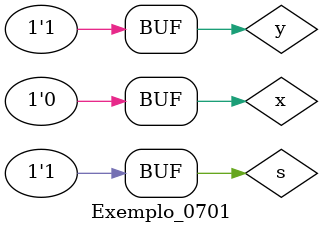
<source format=v>
module f7 ( output s, input a, input b );
// descrever por portas
endmodule // f7

// -------------------------
// multiplexer
// -------------------------
module mux ( output s, input a, input b, input select );
// definir dados locais

wire sa;
wire sb;
wire sc;
// descrever por portas

and NAND(sa, a, select);
nand NAND1(sb, b, select);
nand NAND2(sc, sa, sb);
nand NAND3(s, sc, sc);
endmodule // mux


module Exemplo_0701;
// ------------------------- definir dados
reg x;
reg y;
reg s;
wire w;
wire z;
f7 modulo ( w, x, y );
mux MUX1 ( z, x, y, s );
// ------------------------- parte principal
initial
begin : main
$display("Exemplo_0702 - Gustavo Martins Lopes da Costa - 690773");
$display("Test LU's module");
$display("   x    y    s    z");
x = 1'b0; y = 1'b1; s = 1'b0;
// projetar testes do modulo
#1 $monitor("%4b %4b %4b %4b", x, y, s, z);
#1 s = 1'b1;
end
endmodule // test_f7
</source>
